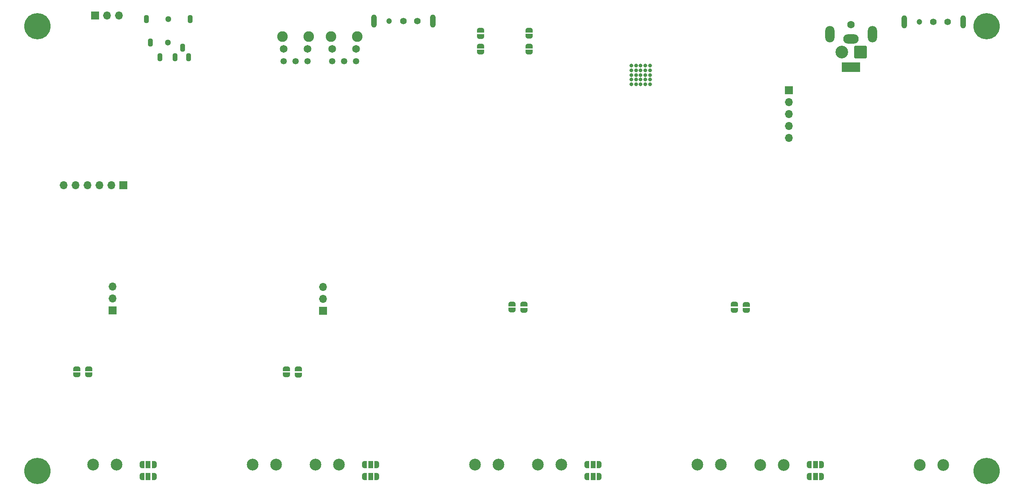
<source format=gbr>
%TF.GenerationSoftware,KiCad,Pcbnew,(6.0.4-0)*%
%TF.CreationDate,2022-05-25T01:46:17+02:00*%
%TF.ProjectId,decaVox,64656361-566f-4782-9e6b-696361645f70,rev?*%
%TF.SameCoordinates,Original*%
%TF.FileFunction,Soldermask,Bot*%
%TF.FilePolarity,Negative*%
%FSLAX46Y46*%
G04 Gerber Fmt 4.6, Leading zero omitted, Abs format (unit mm)*
G04 Created by KiCad (PCBNEW (6.0.4-0)) date 2022-05-25 01:46:17*
%MOMM*%
%LPD*%
G01*
G04 APERTURE LIST*
G04 Aperture macros list*
%AMRoundRect*
0 Rectangle with rounded corners*
0 $1 Rounding radius*
0 $2 $3 $4 $5 $6 $7 $8 $9 X,Y pos of 4 corners*
0 Add a 4 corners polygon primitive as box body*
4,1,4,$2,$3,$4,$5,$6,$7,$8,$9,$2,$3,0*
0 Add four circle primitives for the rounded corners*
1,1,$1+$1,$2,$3*
1,1,$1+$1,$4,$5*
1,1,$1+$1,$6,$7*
1,1,$1+$1,$8,$9*
0 Add four rect primitives between the rounded corners*
20,1,$1+$1,$2,$3,$4,$5,0*
20,1,$1+$1,$4,$5,$6,$7,0*
20,1,$1+$1,$6,$7,$8,$9,0*
20,1,$1+$1,$8,$9,$2,$3,0*%
%AMFreePoly0*
4,1,22,0.550000,-0.750000,0.000000,-0.750000,0.000000,-0.745033,-0.079941,-0.743568,-0.215256,-0.701293,-0.333266,-0.622738,-0.424486,-0.514219,-0.481581,-0.384460,-0.499164,-0.250000,-0.500000,-0.250000,-0.500000,0.250000,-0.499164,0.250000,-0.499963,0.256109,-0.478152,0.396186,-0.417904,0.524511,-0.324060,0.630769,-0.204165,0.706417,-0.067858,0.745374,0.000000,0.744959,0.000000,0.750000,
0.550000,0.750000,0.550000,-0.750000,0.550000,-0.750000,$1*%
%AMFreePoly1*
4,1,20,0.000000,0.744959,0.073905,0.744508,0.209726,0.703889,0.328688,0.626782,0.421226,0.519385,0.479903,0.390333,0.500000,0.250000,0.500000,-0.250000,0.499851,-0.262216,0.476331,-0.402017,0.414519,-0.529596,0.319384,-0.634700,0.198574,-0.708877,0.061801,-0.746166,0.000000,-0.745033,0.000000,-0.750000,-0.550000,-0.750000,-0.550000,0.750000,0.000000,0.750000,0.000000,0.744959,
0.000000,0.744959,$1*%
%AMFreePoly2*
4,1,22,0.500000,-0.750000,0.000000,-0.750000,0.000000,-0.745033,-0.079941,-0.743568,-0.215256,-0.701293,-0.333266,-0.622738,-0.424486,-0.514219,-0.481581,-0.384460,-0.499164,-0.250000,-0.500000,-0.250000,-0.500000,0.250000,-0.499164,0.250000,-0.499963,0.256109,-0.478152,0.396186,-0.417904,0.524511,-0.324060,0.630769,-0.204165,0.706417,-0.067858,0.745374,0.000000,0.744959,0.000000,0.750000,
0.500000,0.750000,0.500000,-0.750000,0.500000,-0.750000,$1*%
%AMFreePoly3*
4,1,20,0.000000,0.744959,0.073905,0.744508,0.209726,0.703889,0.328688,0.626782,0.421226,0.519385,0.479903,0.390333,0.500000,0.250000,0.500000,-0.250000,0.499851,-0.262216,0.476331,-0.402017,0.414519,-0.529596,0.319384,-0.634700,0.198574,-0.708877,0.061801,-0.746166,0.000000,-0.745033,0.000000,-0.750000,-0.500000,-0.750000,-0.500000,0.750000,0.000000,0.750000,0.000000,0.744959,
0.000000,0.744959,$1*%
G04 Aperture macros list end*
%ADD10C,2.500000*%
%ADD11C,5.600000*%
%ADD12R,1.700000X1.700000*%
%ADD13O,1.700000X1.700000*%
%ADD14C,1.346200*%
%ADD15C,1.651000*%
%ADD16C,2.260600*%
%ADD17C,1.400000*%
%ADD18C,1.200000*%
%ADD19O,1.208000X2.800000*%
%ADD20RoundRect,0.250001X1.099999X1.099999X-1.099999X1.099999X-1.099999X-1.099999X1.099999X-1.099999X0*%
%ADD21C,2.700000*%
%ADD22C,1.300000*%
%ADD23O,1.100000X1.800000*%
%ADD24C,1.600000*%
%ADD25R,4.000000X2.000000*%
%ADD26O,3.300000X2.000000*%
%ADD27O,2.000000X3.500000*%
%ADD28C,0.800000*%
%ADD29FreePoly0,180.000000*%
%ADD30R,1.000000X1.500000*%
%ADD31FreePoly1,180.000000*%
%ADD32FreePoly0,0.000000*%
%ADD33FreePoly1,0.000000*%
%ADD34FreePoly2,270.000000*%
%ADD35FreePoly3,270.000000*%
%ADD36FreePoly2,90.000000*%
%ADD37FreePoly3,90.000000*%
G04 APERTURE END LIST*
D10*
%TO.C,J18*%
X248448800Y-201662000D03*
X253448800Y-201662000D03*
%TD*%
D11*
%TO.C,H3*%
X310000000Y-108254800D03*
%TD*%
D12*
%TO.C,J5*%
X120218200Y-105994200D03*
D13*
X122758200Y-105994200D03*
X125298200Y-105994200D03*
%TD*%
D11*
%TO.C,H2*%
X310000000Y-203000000D03*
%TD*%
%TO.C,H1*%
X108000000Y-203000000D03*
%TD*%
D14*
%TO.C,J9*%
X160350200Y-115692596D03*
X162890200Y-115692596D03*
X165430200Y-115692596D03*
D15*
X160350200Y-113062596D03*
X165430200Y-113062596D03*
D16*
X160090201Y-110452596D03*
X165690199Y-110452596D03*
%TD*%
D10*
%TO.C,J11*%
X124825250Y-201664300D03*
X119825250Y-201664300D03*
%TD*%
D11*
%TO.C,H4*%
X108000000Y-108254800D03*
%TD*%
D10*
%TO.C,J13*%
X172181650Y-201664300D03*
X167181650Y-201664300D03*
%TD*%
%TO.C,J15*%
X266844950Y-201673850D03*
X261844950Y-201673850D03*
%TD*%
D12*
%TO.C,J6*%
X124000000Y-168800000D03*
D13*
X124000000Y-166260000D03*
X124000000Y-163720000D03*
%TD*%
D12*
%TO.C,J10*%
X126288800Y-142138400D03*
D13*
X123748800Y-142138400D03*
X121208800Y-142138400D03*
X118668800Y-142138400D03*
X116128800Y-142138400D03*
X113588800Y-142138400D03*
%TD*%
D17*
%TO.C,SW1*%
X301650000Y-107300000D03*
X298650000Y-107300000D03*
D18*
X295650000Y-107300000D03*
D19*
X304950000Y-107300000D03*
X292450000Y-107300000D03*
%TD*%
D12*
%TO.C,J7*%
X168800000Y-168825000D03*
D13*
X168800000Y-166285000D03*
X168800000Y-163745000D03*
%TD*%
D10*
%TO.C,J14*%
X201116050Y-201664300D03*
X206116050Y-201664300D03*
%TD*%
%TO.C,J16*%
X295779350Y-201673850D03*
X300779350Y-201673850D03*
%TD*%
D20*
%TO.C,J3*%
X283130000Y-113725000D03*
D21*
X279170000Y-113725000D03*
%TD*%
D10*
%TO.C,J12*%
X153759650Y-201664300D03*
X158759650Y-201664300D03*
%TD*%
D17*
%TO.C,SW2*%
X188827400Y-107181800D03*
X185827400Y-107181800D03*
D18*
X182827400Y-107181800D03*
D19*
X192127400Y-107181800D03*
X179627400Y-107181800D03*
%TD*%
D10*
%TO.C,J17*%
X219514400Y-201662000D03*
X214514400Y-201662000D03*
%TD*%
D22*
%TO.C,CN1*%
X135777000Y-111750000D03*
X135800000Y-106750000D03*
D23*
X140450000Y-106750000D03*
X132050000Y-111750000D03*
X131150000Y-106750000D03*
X137250000Y-114850000D03*
X134050000Y-114850000D03*
X138850000Y-112850000D03*
X140150000Y-114850000D03*
%TD*%
D24*
%TO.C,J4*%
X281150000Y-107920400D03*
D25*
X281150000Y-116920400D03*
D26*
X281150000Y-110920400D03*
D27*
X276650000Y-109920400D03*
X285650000Y-109920400D03*
%TD*%
D14*
%TO.C,J8*%
X170738800Y-115666396D03*
X173278800Y-115666396D03*
X175818800Y-115666396D03*
D15*
X170738800Y-113036396D03*
X175818800Y-113036396D03*
D16*
X170478801Y-110426396D03*
X176078799Y-110426396D03*
%TD*%
D28*
%TO.C,U14*%
X237363800Y-120614800D03*
X235363800Y-118614800D03*
X238363800Y-119614800D03*
X237363800Y-119614800D03*
X235363800Y-117614800D03*
X235363800Y-116614800D03*
X235363800Y-119614800D03*
X238363800Y-117614800D03*
X237363800Y-117614800D03*
X234363800Y-117614800D03*
X238363800Y-116614800D03*
X236363800Y-116614800D03*
X235363800Y-120614800D03*
X238363800Y-120614800D03*
X234363800Y-118614800D03*
X236363800Y-117614800D03*
X237363800Y-116614800D03*
X236363800Y-119614800D03*
X234363800Y-120614800D03*
X236363800Y-118614800D03*
X234363800Y-116614800D03*
X238363800Y-118614800D03*
X236363800Y-120614800D03*
X234363800Y-119614800D03*
X237363800Y-118614800D03*
%TD*%
D12*
%TO.C,J2*%
X267898400Y-121900000D03*
D13*
X267898400Y-124440000D03*
X267898400Y-126980000D03*
X267898400Y-129520000D03*
X267898400Y-132060000D03*
%TD*%
D29*
%TO.C,JP45*%
X132842950Y-204155800D03*
D30*
X131542950Y-204155800D03*
D31*
X130242950Y-204155800D03*
%TD*%
D32*
%TO.C,JP50*%
X224927500Y-201613500D03*
D30*
X226227500Y-201613500D03*
D33*
X227527500Y-201613500D03*
%TD*%
D34*
%TO.C,JP27*%
X212598000Y-109088400D03*
D35*
X212598000Y-110388400D03*
%TD*%
D32*
%TO.C,JP48*%
X272258050Y-201625350D03*
D30*
X273558050Y-201625350D03*
D33*
X274858050Y-201625350D03*
%TD*%
D34*
%TO.C,JP25*%
X202285600Y-112460800D03*
D35*
X202285600Y-113760800D03*
%TD*%
D36*
%TO.C,JP54*%
X161010600Y-182524700D03*
D37*
X161010600Y-181224700D03*
%TD*%
D32*
%TO.C,JP46*%
X177594750Y-201615800D03*
D30*
X178894750Y-201615800D03*
D33*
X180194750Y-201615800D03*
%TD*%
D34*
%TO.C,JP26*%
X212598000Y-112451600D03*
D35*
X212598000Y-113751600D03*
%TD*%
D36*
%TO.C,JP55*%
X163550600Y-182550100D03*
D37*
X163550600Y-181250100D03*
%TD*%
D36*
%TO.C,JP52*%
X116357400Y-182499300D03*
D37*
X116357400Y-181199300D03*
%TD*%
D36*
%TO.C,JP57*%
X258851400Y-168772600D03*
D37*
X258851400Y-167472600D03*
%TD*%
D34*
%TO.C,JP24*%
X202285600Y-109128800D03*
D35*
X202285600Y-110428800D03*
%TD*%
D36*
%TO.C,JP53*%
X118897400Y-182524700D03*
D37*
X118897400Y-181224700D03*
%TD*%
D32*
%TO.C,JP44*%
X130238350Y-201615800D03*
D30*
X131538350Y-201615800D03*
D33*
X132838350Y-201615800D03*
%TD*%
D29*
%TO.C,JP51*%
X227532100Y-204153500D03*
D30*
X226232100Y-204153500D03*
D31*
X224932100Y-204153500D03*
%TD*%
D29*
%TO.C,JP49*%
X274862650Y-204165350D03*
D30*
X273562650Y-204165350D03*
D31*
X272262650Y-204165350D03*
%TD*%
D29*
%TO.C,JP47*%
X180199350Y-204155800D03*
D30*
X178899350Y-204155800D03*
D31*
X177599350Y-204155800D03*
%TD*%
D36*
%TO.C,JP58*%
X208965800Y-168721800D03*
D37*
X208965800Y-167421800D03*
%TD*%
D36*
%TO.C,JP56*%
X256311400Y-168747200D03*
D37*
X256311400Y-167447200D03*
%TD*%
D36*
%TO.C,JP59*%
X211505800Y-168747200D03*
D37*
X211505800Y-167447200D03*
%TD*%
M02*

</source>
